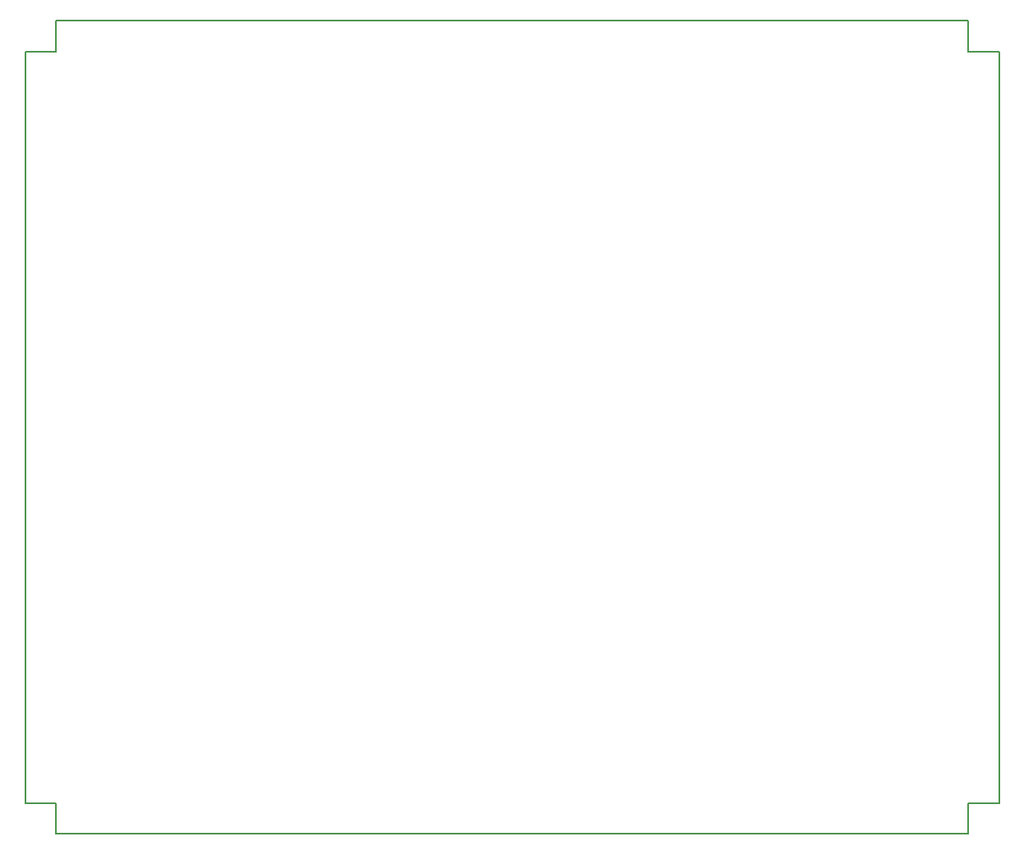
<source format=gbr>
G04 #@! TF.GenerationSoftware,KiCad,Pcbnew,(5.1.4)-1*
G04 #@! TF.CreationDate,2020-07-10T21:55:45+02:00*
G04 #@! TF.ProjectId,SBIO3,5342494f-332e-46b6-9963-61645f706362,rev?*
G04 #@! TF.SameCoordinates,Original*
G04 #@! TF.FileFunction,Other,User*
%FSLAX46Y46*%
G04 Gerber Fmt 4.6, Leading zero omitted, Abs format (unit mm)*
G04 Created by KiCad (PCBNEW (5.1.4)-1) date 2020-07-10 21:55:45*
%MOMM*%
%LPD*%
G04 APERTURE LIST*
%ADD10C,0.150000*%
G04 APERTURE END LIST*
D10*
X170180000Y-131445000D02*
X170180000Y-128270000D01*
X73025000Y-50800000D02*
X73025000Y-55880000D01*
X170180000Y-128270000D02*
X173355000Y-128270000D01*
X144145000Y-47625000D02*
X76200000Y-47625000D01*
X173355000Y-128270000D02*
X173355000Y-50800000D01*
X170180000Y-47625000D02*
X144145000Y-47625000D01*
X76200000Y-131445000D02*
X170180000Y-131445000D01*
X73025000Y-55880000D02*
X73025000Y-128270000D01*
X173355000Y-50800000D02*
X170180000Y-50800000D01*
X170180000Y-50800000D02*
X170180000Y-47625000D01*
X76200000Y-50800000D02*
X73025000Y-50800000D01*
X73025000Y-128270000D02*
X76200000Y-128270000D01*
X76200000Y-47625000D02*
X76200000Y-50800000D01*
X76200000Y-128270000D02*
X76200000Y-131445000D01*
M02*

</source>
